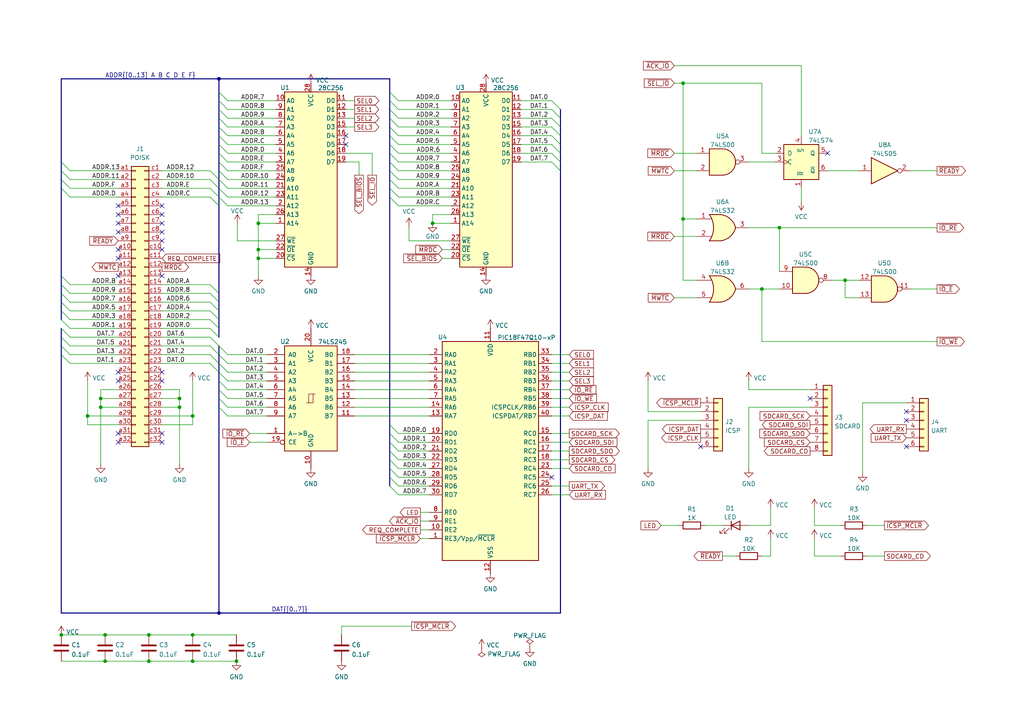
<source format=kicad_sch>
(kicad_sch (version 20211123) (generator eeschema)
  (paper "A4")
  (junction (at 198.12 24.13))
  (junction (at 198.12 63.5))
  (junction (at 63.5 22.86))
  (junction (at 30.48 191.77))
  (junction (at 63.5 177.8))
  (junction (at 29.21 118.11))
  (junction (at 68.58 191.77))
  (junction (at 43.18 184.15))
  (junction (at 74.93 74.93))
  (junction (at 125.476 64.77))
  (junction (at 55.88 191.77))
  (junction (at 43.18 191.77))
  (junction (at 17.78 184.15))
  (junction (at 55.88 120.65))
  (junction (at 29.21 115.57))
  (junction (at 220.98 83.82))
  (junction (at 74.93 64.77))
  (junction (at 245.11 81.28))
  (junction (at 30.48 184.15))
  (junction (at 52.07 118.11))
  (junction (at 52.07 115.57))
  (junction (at 25.4 120.65))
  (junction (at 55.88 184.15))
  (junction (at 226.06 66.04))
  (junction (at 74.93 72.39))
  (no_connect (at 46.99 128.27))
  (no_connect (at 34.29 74.93))
  (no_connect (at 46.99 67.31))
  (no_connect (at 34.29 80.01))
  (no_connect (at 234.95 115.57))
  (no_connect (at 203.2 129.54))
  (no_connect (at 46.99 72.39))
  (no_connect (at 46.99 64.77))
  (no_connect (at 46.99 62.23))
  (no_connect (at 46.99 69.85))
  (no_connect (at 46.99 107.95))
  (no_connect (at 46.99 80.01))
  (no_connect (at 46.99 59.69))
  (no_connect (at 100.33 41.91))
  (no_connect (at 160.02 138.43))
  (no_connect (at 34.29 107.95))
  (no_connect (at 34.29 64.77))
  (no_connect (at 46.99 110.49))
  (no_connect (at 240.03 44.45))
  (no_connect (at 34.29 62.23))
  (no_connect (at 34.29 128.27))
  (no_connect (at 100.33 39.37))
  (no_connect (at 34.29 125.73))
  (no_connect (at 34.29 67.31))
  (no_connect (at 46.99 125.73))
  (no_connect (at 34.29 72.39))
  (no_connect (at 262.89 121.92))
  (no_connect (at 262.89 119.38))
  (no_connect (at 34.29 110.49))
  (no_connect (at 34.29 59.69))
  (no_connect (at 262.89 129.54))
  (bus_entry (at 60.96 95.25) (size 2.54 2.54))
  (bus_entry (at 113.03 128.27) (size 2.54 2.54))
  (bus_entry (at 113.03 133.35) (size 2.54 2.54))
  (bus_entry (at 160.02 36.83) (size 2.54 2.54))
  (bus_entry (at 63.5 115.57) (size 2.54 2.54))
  (bus_entry (at 160.02 34.29) (size 2.54 2.54))
  (bus_entry (at 63.5 105.41) (size 2.54 2.54))
  (bus_entry (at 60.96 54.61) (size 2.54 2.54))
  (bus_entry (at 63.5 54.61) (size 2.54 2.54))
  (bus_entry (at 160.02 31.75) (size 2.54 2.54))
  (bus_entry (at 63.5 36.83) (size 2.54 2.54))
  (bus_entry (at 113.03 52.07) (size 2.54 2.54))
  (bus_entry (at 113.03 140.97) (size 2.54 2.54))
  (bus_entry (at 63.5 29.21) (size 2.54 2.54))
  (bus_entry (at 63.5 39.37) (size 2.54 2.54))
  (bus_entry (at 63.5 102.87) (size 2.54 2.54))
  (bus_entry (at 113.03 125.73) (size 2.54 2.54))
  (bus_entry (at 60.96 97.79) (size 2.54 2.54))
  (bus_entry (at 63.5 31.75) (size 2.54 2.54))
  (bus_entry (at 60.96 102.87) (size 2.54 2.54))
  (bus_entry (at 113.03 123.19) (size 2.54 2.54))
  (bus_entry (at 113.03 26.67) (size 2.54 2.54))
  (bus_entry (at 113.03 135.89) (size 2.54 2.54))
  (bus_entry (at 160.02 44.45) (size 2.54 2.54))
  (bus_entry (at 113.03 44.45) (size 2.54 2.54))
  (bus_entry (at 113.03 130.81) (size 2.54 2.54))
  (bus_entry (at 113.03 46.99) (size 2.54 2.54))
  (bus_entry (at 160.02 41.91) (size 2.54 2.54))
  (bus_entry (at 60.96 92.71) (size 2.54 2.54))
  (bus_entry (at 113.03 54.61) (size 2.54 2.54))
  (bus_entry (at 63.5 46.99) (size 2.54 2.54))
  (bus_entry (at 17.78 85.09) (size 2.54 2.54))
  (bus_entry (at 17.78 52.07) (size 2.54 2.54))
  (bus_entry (at 17.78 80.01) (size 2.54 2.54))
  (bus_entry (at 113.03 34.29) (size 2.54 2.54))
  (bus_entry (at 63.5 100.33) (size 2.54 2.54))
  (bus_entry (at 113.03 49.53) (size 2.54 2.54))
  (bus_entry (at 17.78 46.99) (size 2.54 2.54))
  (bus_entry (at 17.78 92.71) (size 2.54 2.54))
  (bus_entry (at 60.96 52.07) (size 2.54 2.54))
  (bus_entry (at 63.5 49.53) (size 2.54 2.54))
  (bus_entry (at 17.78 49.53) (size 2.54 2.54))
  (bus_entry (at 17.78 102.87) (size 2.54 2.54))
  (bus_entry (at 17.78 82.55) (size 2.54 2.54))
  (bus_entry (at 60.96 57.15) (size 2.54 2.54))
  (bus_entry (at 63.5 118.11) (size 2.54 2.54))
  (bus_entry (at 160.02 29.21) (size 2.54 2.54))
  (bus_entry (at 63.5 44.45) (size 2.54 2.54))
  (bus_entry (at 63.5 57.15) (size 2.54 2.54))
  (bus_entry (at 17.78 87.63) (size 2.54 2.54))
  (bus_entry (at 113.03 41.91) (size 2.54 2.54))
  (bus_entry (at 60.96 82.55) (size 2.54 2.54))
  (bus_entry (at 17.78 97.79) (size 2.54 2.54))
  (bus_entry (at 63.5 34.29) (size 2.54 2.54))
  (bus_entry (at 17.78 95.25) (size 2.54 2.54))
  (bus_entry (at 113.03 36.83) (size 2.54 2.54))
  (bus_entry (at 63.5 26.67) (size 2.54 2.54))
  (bus_entry (at 113.03 31.75) (size 2.54 2.54))
  (bus_entry (at 60.96 105.41) (size 2.54 2.54))
  (bus_entry (at 113.03 29.21) (size 2.54 2.54))
  (bus_entry (at 17.78 100.33) (size 2.54 2.54))
  (bus_entry (at 63.5 41.91) (size 2.54 2.54))
  (bus_entry (at 113.03 57.15) (size 2.54 2.54))
  (bus_entry (at 63.5 52.07) (size 2.54 2.54))
  (bus_entry (at 63.5 110.49) (size 2.54 2.54))
  (bus_entry (at 60.96 100.33) (size 2.54 2.54))
  (bus_entry (at 60.96 90.17) (size 2.54 2.54))
  (bus_entry (at 160.02 46.99) (size 2.54 2.54))
  (bus_entry (at 60.96 85.09) (size 2.54 2.54))
  (bus_entry (at 60.96 49.53) (size 2.54 2.54))
  (bus_entry (at 63.5 113.03) (size 2.54 2.54))
  (bus_entry (at 113.03 138.43) (size 2.54 2.54))
  (bus_entry (at 17.78 90.17) (size 2.54 2.54))
  (bus_entry (at 60.96 87.63) (size 2.54 2.54))
  (bus_entry (at 63.5 107.95) (size 2.54 2.54))
  (bus_entry (at 17.78 54.61) (size 2.54 2.54))
  (bus_entry (at 113.03 39.37) (size 2.54 2.54))
  (bus_entry (at 160.02 39.37) (size 2.54 2.54))
  (wire (pts (xy 74.93 62.23) (xy 74.93 64.77)))
  (wire (pts (xy 46.99 95.25) (xy 60.96 95.25)))
  (wire (pts (xy 125.476 62.23) (xy 130.81 62.23)))
  (wire (pts (xy 55.88 120.65) (xy 55.88 123.19)))
  (wire (pts (xy 151.13 39.37) (xy 160.02 39.37)))
  (wire (pts (xy 187.96 121.92) (xy 187.96 135.89)))
  (wire (pts (xy 151.13 36.83) (xy 160.02 36.83)))
  (bus (pts (xy 113.03 123.19) (xy 113.03 125.73)))
  (bus (pts (xy 63.5 59.69) (xy 63.5 85.09)))
  (wire (pts (xy 30.48 184.15) (xy 43.18 184.15)))
  (wire (pts (xy 262.89 116.84) (xy 250.19 116.84)))
  (wire (pts (xy 195.58 19.05) (xy 232.41 19.05)))
  (bus (pts (xy 113.03 36.83) (xy 113.03 39.37)))
  (bus (pts (xy 63.5 107.95) (xy 63.5 110.49)))
  (wire (pts (xy 66.04 113.03) (xy 77.47 113.03)))
  (wire (pts (xy 220.98 24.13) (xy 220.98 44.45)))
  (bus (pts (xy 113.03 125.73) (xy 113.03 128.27)))
  (bus (pts (xy 63.5 118.11) (xy 63.5 177.8)))
  (bus (pts (xy 113.03 135.89) (xy 113.03 138.43)))
  (wire (pts (xy 100.33 46.99) (xy 104.14 46.99)))
  (wire (pts (xy 251.46 161.29) (xy 256.54 161.29)))
  (wire (pts (xy 66.04 31.75) (xy 80.01 31.75)))
  (wire (pts (xy 46.99 85.09) (xy 60.96 85.09)))
  (wire (pts (xy 115.57 133.35) (xy 124.46 133.35)))
  (wire (pts (xy 29.21 115.57) (xy 34.29 115.57)))
  (wire (pts (xy 74.93 74.93) (xy 74.93 72.39)))
  (bus (pts (xy 63.5 36.83) (xy 63.5 39.37)))
  (wire (pts (xy 66.04 118.11) (xy 77.47 118.11)))
  (wire (pts (xy 29.21 115.57) (xy 29.21 118.11)))
  (bus (pts (xy 63.5 49.53) (xy 63.5 52.07)))
  (wire (pts (xy 160.02 102.87) (xy 165.1 102.87)))
  (bus (pts (xy 162.56 39.37) (xy 162.56 41.91)))
  (wire (pts (xy 46.99 57.15) (xy 60.96 57.15)))
  (wire (pts (xy 226.06 66.04) (xy 226.06 78.74)))
  (wire (pts (xy 115.57 138.43) (xy 124.46 138.43)))
  (bus (pts (xy 63.5 52.07) (xy 63.5 54.61)))
  (wire (pts (xy 245.11 81.28) (xy 248.92 81.28)))
  (bus (pts (xy 17.78 95.25) (xy 17.78 97.79)))
  (bus (pts (xy 113.03 29.21) (xy 113.03 31.75)))
  (wire (pts (xy 118.618 69.85) (xy 130.81 69.85)))
  (wire (pts (xy 46.99 82.55) (xy 60.96 82.55)))
  (bus (pts (xy 63.5 44.45) (xy 63.5 46.99)))
  (wire (pts (xy 66.04 39.37) (xy 80.01 39.37)))
  (wire (pts (xy 151.13 44.45) (xy 160.02 44.45)))
  (wire (pts (xy 115.57 57.15) (xy 130.81 57.15)))
  (wire (pts (xy 115.57 46.99) (xy 130.81 46.99)))
  (wire (pts (xy 264.16 49.53) (xy 271.78 49.53)))
  (wire (pts (xy 20.32 102.87) (xy 34.29 102.87)))
  (wire (pts (xy 203.2 121.92) (xy 187.96 121.92)))
  (wire (pts (xy 251.46 152.4) (xy 256.54 152.4)))
  (wire (pts (xy 223.52 161.29) (xy 223.52 156.21)))
  (wire (pts (xy 66.04 110.49) (xy 77.47 110.49)))
  (bus (pts (xy 63.5 39.37) (xy 63.5 41.91)))
  (wire (pts (xy 66.04 115.57) (xy 77.47 115.57)))
  (bus (pts (xy 63.5 87.63) (xy 63.5 90.17)))
  (wire (pts (xy 20.32 95.25) (xy 34.29 95.25)))
  (wire (pts (xy 115.57 140.97) (xy 124.46 140.97)))
  (wire (pts (xy 74.93 72.39) (xy 80.01 72.39)))
  (wire (pts (xy 102.87 113.03) (xy 124.46 113.03)))
  (wire (pts (xy 66.04 36.83) (xy 80.01 36.83)))
  (wire (pts (xy 198.12 63.5) (xy 201.93 63.5)))
  (wire (pts (xy 46.99 90.17) (xy 60.96 90.17)))
  (wire (pts (xy 160.02 118.11) (xy 165.1 118.11)))
  (bus (pts (xy 162.56 49.53) (xy 162.56 177.8)))
  (wire (pts (xy 160.02 105.41) (xy 165.1 105.41)))
  (wire (pts (xy 66.04 57.15) (xy 80.01 57.15)))
  (wire (pts (xy 46.99 115.57) (xy 52.07 115.57)))
  (wire (pts (xy 46.99 113.03) (xy 52.07 113.03)))
  (wire (pts (xy 115.57 130.81) (xy 124.46 130.81)))
  (bus (pts (xy 17.78 22.86) (xy 17.78 46.99)))
  (bus (pts (xy 113.03 44.45) (xy 113.03 46.99)))
  (wire (pts (xy 160.02 115.57) (xy 165.1 115.57)))
  (wire (pts (xy 46.99 54.61) (xy 60.96 54.61)))
  (bus (pts (xy 17.78 52.07) (xy 17.78 49.53)))
  (wire (pts (xy 66.04 49.53) (xy 80.01 49.53)))
  (bus (pts (xy 113.03 46.99) (xy 113.03 49.53)))
  (wire (pts (xy 234.95 118.11) (xy 217.17 118.11)))
  (wire (pts (xy 115.57 34.29) (xy 130.81 34.29)))
  (wire (pts (xy 160.02 140.97) (xy 165.1 140.97)))
  (wire (pts (xy 195.58 44.45) (xy 201.93 44.45)))
  (wire (pts (xy 46.99 49.53) (xy 60.96 49.53)))
  (wire (pts (xy 66.04 120.65) (xy 77.47 120.65)))
  (wire (pts (xy 115.57 31.75) (xy 130.81 31.75)))
  (wire (pts (xy 100.33 29.21) (xy 102.87 29.21)))
  (wire (pts (xy 151.13 46.99) (xy 160.02 46.99)))
  (bus (pts (xy 63.5 22.86) (xy 113.03 22.86)))
  (wire (pts (xy 20.32 49.53) (xy 34.29 49.53)))
  (wire (pts (xy 115.57 49.53) (xy 130.81 49.53)))
  (wire (pts (xy 209.55 161.29) (xy 213.36 161.29)))
  (bus (pts (xy 63.5 110.49) (xy 63.5 113.03)))
  (wire (pts (xy 115.57 39.37) (xy 130.81 39.37)))
  (wire (pts (xy 115.57 54.61) (xy 130.81 54.61)))
  (bus (pts (xy 63.5 31.75) (xy 63.5 34.29)))
  (wire (pts (xy 223.52 152.4) (xy 223.52 147.32)))
  (wire (pts (xy 115.57 36.83) (xy 130.81 36.83)))
  (wire (pts (xy 115.57 143.51) (xy 124.46 143.51)))
  (wire (pts (xy 102.87 120.65) (xy 124.46 120.65)))
  (wire (pts (xy 198.12 24.13) (xy 198.12 63.5)))
  (wire (pts (xy 151.13 41.91) (xy 160.02 41.91)))
  (wire (pts (xy 46.99 105.41) (xy 60.96 105.41)))
  (wire (pts (xy 102.87 107.95) (xy 124.46 107.95)))
  (wire (pts (xy 20.32 87.63) (xy 34.29 87.63)))
  (bus (pts (xy 113.03 34.29) (xy 113.03 36.83)))
  (wire (pts (xy 30.48 191.77) (xy 43.18 191.77)))
  (bus (pts (xy 63.5 113.03) (xy 63.5 115.57)))
  (wire (pts (xy 245.11 81.28) (xy 245.11 86.36)))
  (wire (pts (xy 66.04 52.07) (xy 80.01 52.07)))
  (wire (pts (xy 52.07 115.57) (xy 52.07 118.11)))
  (bus (pts (xy 63.5 92.71) (xy 63.5 95.25)))
  (bus (pts (xy 63.5 46.99) (xy 63.5 49.53)))
  (wire (pts (xy 195.58 24.13) (xy 198.12 24.13)))
  (bus (pts (xy 17.78 90.17) (xy 17.78 87.63)))
  (bus (pts (xy 17.78 54.61) (xy 17.78 52.07)))
  (bus (pts (xy 162.56 44.45) (xy 162.56 46.99)))
  (wire (pts (xy 100.33 44.45) (xy 107.95 44.45)))
  (wire (pts (xy 115.57 128.27) (xy 124.46 128.27)))
  (wire (pts (xy 74.93 64.77) (xy 80.01 64.77)))
  (bus (pts (xy 17.78 80.01) (xy 17.78 54.61)))
  (bus (pts (xy 113.03 49.53) (xy 113.03 52.07)))
  (bus (pts (xy 63.5 41.91) (xy 63.5 44.45)))
  (wire (pts (xy 74.93 64.77) (xy 74.93 72.39)))
  (wire (pts (xy 102.87 105.41) (xy 124.46 105.41)))
  (wire (pts (xy 66.04 34.29) (xy 80.01 34.29)))
  (wire (pts (xy 102.87 118.11) (xy 124.46 118.11)))
  (wire (pts (xy 20.32 52.07) (xy 34.29 52.07)))
  (bus (pts (xy 113.03 41.91) (xy 113.03 44.45)))
  (wire (pts (xy 115.57 135.89) (xy 124.46 135.89)))
  (wire (pts (xy 151.13 31.75) (xy 160.02 31.75)))
  (bus (pts (xy 17.78 49.53) (xy 17.78 46.99)))
  (wire (pts (xy 160.02 110.49) (xy 165.1 110.49)))
  (wire (pts (xy 29.21 118.11) (xy 29.21 134.62)))
  (wire (pts (xy 204.47 152.4) (xy 209.55 152.4)))
  (wire (pts (xy 46.99 102.87) (xy 60.96 102.87)))
  (wire (pts (xy 102.87 115.57) (xy 124.46 115.57)))
  (bus (pts (xy 17.78 102.87) (xy 17.78 177.8)))
  (bus (pts (xy 63.5 57.15) (xy 63.5 59.69)))
  (wire (pts (xy 217.17 46.99) (xy 224.79 46.99)))
  (bus (pts (xy 113.03 128.27) (xy 113.03 130.81)))
  (bus (pts (xy 63.5 115.57) (xy 63.5 118.11)))
  (wire (pts (xy 217.17 118.11) (xy 217.17 135.89)))
  (wire (pts (xy 160.02 130.81) (xy 165.1 130.81)))
  (bus (pts (xy 63.5 102.87) (xy 63.5 105.41)))
  (wire (pts (xy 160.02 135.89) (xy 165.1 135.89)))
  (wire (pts (xy 198.12 24.13) (xy 220.98 24.13)))
  (bus (pts (xy 17.78 22.86) (xy 63.5 22.86)))
  (wire (pts (xy 46.99 100.33) (xy 60.96 100.33)))
  (bus (pts (xy 17.78 92.71) (xy 17.78 90.17)))
  (wire (pts (xy 217.17 152.4) (xy 223.52 152.4)))
  (bus (pts (xy 17.78 100.33) (xy 17.78 102.87)))
  (wire (pts (xy 115.57 59.69) (xy 130.81 59.69)))
  (bus (pts (xy 63.5 34.29) (xy 63.5 36.83)))
  (wire (pts (xy 264.16 83.82) (xy 271.78 83.82)))
  (bus (pts (xy 17.78 82.55) (xy 17.78 80.01)))
  (wire (pts (xy 20.32 85.09) (xy 34.29 85.09)))
  (bus (pts (xy 113.03 52.07) (xy 113.03 54.61)))
  (bus (pts (xy 113.03 133.35) (xy 113.03 135.89)))
  (wire (pts (xy 236.22 152.4) (xy 236.22 147.32)))
  (wire (pts (xy 226.06 66.04) (xy 271.78 66.04)))
  (wire (pts (xy 119.38 181.61) (xy 99.06 181.61)))
  (wire (pts (xy 25.4 110.49) (xy 25.4 120.65)))
  (wire (pts (xy 46.99 87.63) (xy 60.96 87.63)))
  (bus (pts (xy 63.5 85.09) (xy 63.5 87.63)))
  (bus (pts (xy 63.5 22.86) (xy 63.5 26.67)))
  (wire (pts (xy 100.33 34.29) (xy 102.87 34.29)))
  (wire (pts (xy 240.03 49.53) (xy 248.92 49.53)))
  (wire (pts (xy 198.12 81.28) (xy 201.93 81.28)))
  (wire (pts (xy 220.98 44.45) (xy 224.79 44.45)))
  (wire (pts (xy 217.17 66.04) (xy 226.06 66.04)))
  (wire (pts (xy 29.21 113.03) (xy 29.21 115.57)))
  (wire (pts (xy 20.32 97.79) (xy 34.29 97.79)))
  (wire (pts (xy 118.618 65.786) (xy 118.618 69.85)))
  (bus (pts (xy 162.56 46.99) (xy 162.56 49.53)))
  (wire (pts (xy 198.12 63.5) (xy 198.12 81.28)))
  (wire (pts (xy 128.27 72.39) (xy 130.81 72.39)))
  (wire (pts (xy 121.92 151.13) (xy 124.46 151.13)))
  (bus (pts (xy 63.5 54.61) (xy 63.5 57.15)))
  (wire (pts (xy 46.99 123.19) (xy 55.88 123.19)))
  (wire (pts (xy 195.58 68.58) (xy 201.93 68.58)))
  (wire (pts (xy 217.17 83.82) (xy 220.98 83.82)))
  (wire (pts (xy 20.32 105.41) (xy 34.29 105.41)))
  (bus (pts (xy 63.5 177.8) (xy 162.56 177.8)))
  (wire (pts (xy 20.32 100.33) (xy 34.29 100.33)))
  (wire (pts (xy 66.04 29.21) (xy 80.01 29.21)))
  (wire (pts (xy 66.04 44.45) (xy 80.01 44.45)))
  (wire (pts (xy 20.32 92.71) (xy 34.29 92.71)))
  (wire (pts (xy 46.99 92.71) (xy 60.96 92.71)))
  (wire (pts (xy 220.98 83.82) (xy 226.06 83.82)))
  (wire (pts (xy 241.3 81.28) (xy 245.11 81.28)))
  (wire (pts (xy 115.57 52.07) (xy 130.81 52.07)))
  (wire (pts (xy 128.27 74.93) (xy 130.81 74.93)))
  (wire (pts (xy 66.04 107.95) (xy 77.47 107.95)))
  (wire (pts (xy 115.57 41.91) (xy 130.81 41.91)))
  (wire (pts (xy 20.32 82.55) (xy 34.29 82.55)))
  (wire (pts (xy 66.04 102.87) (xy 77.47 102.87)))
  (wire (pts (xy 195.58 86.36) (xy 201.93 86.36)))
  (bus (pts (xy 17.78 177.8) (xy 63.5 177.8)))
  (wire (pts (xy 115.57 29.21) (xy 130.81 29.21)))
  (wire (pts (xy 20.32 90.17) (xy 34.29 90.17)))
  (wire (pts (xy 160.02 133.35) (xy 165.1 133.35)))
  (wire (pts (xy 160.02 120.65) (xy 165.1 120.65)))
  (wire (pts (xy 220.98 161.29) (xy 223.52 161.29)))
  (bus (pts (xy 113.03 31.75) (xy 113.03 34.29)))
  (wire (pts (xy 271.78 99.06) (xy 220.98 99.06)))
  (wire (pts (xy 20.32 54.61) (xy 34.29 54.61)))
  (bus (pts (xy 17.78 87.63) (xy 17.78 85.09)))
  (wire (pts (xy 55.88 184.15) (xy 68.58 184.15)))
  (bus (pts (xy 113.03 130.81) (xy 113.03 133.35)))
  (wire (pts (xy 52.07 118.11) (xy 52.07 134.62)))
  (wire (pts (xy 245.11 86.36) (xy 248.92 86.36)))
  (wire (pts (xy 25.4 120.65) (xy 25.4 123.19)))
  (bus (pts (xy 17.78 97.79) (xy 17.78 100.33)))
  (bus (pts (xy 162.56 34.29) (xy 162.56 36.83)))
  (wire (pts (xy 74.93 74.93) (xy 74.93 80.01)))
  (wire (pts (xy 66.04 54.61) (xy 80.01 54.61)))
  (wire (pts (xy 43.18 191.77) (xy 55.88 191.77)))
  (wire (pts (xy 125.476 64.77) (xy 130.81 64.77)))
  (wire (pts (xy 46.99 120.65) (xy 55.88 120.65)))
  (wire (pts (xy 236.22 161.29) (xy 243.84 161.29)))
  (bus (pts (xy 63.5 90.17) (xy 63.5 92.71)))
  (bus (pts (xy 63.5 29.21) (xy 63.5 31.75)))
  (wire (pts (xy 107.95 44.45) (xy 107.95 50.8)))
  (wire (pts (xy 121.92 148.59) (xy 124.46 148.59)))
  (bus (pts (xy 63.5 26.67) (xy 63.5 29.21)))
  (bus (pts (xy 162.56 41.91) (xy 162.56 44.45)))
  (wire (pts (xy 232.41 54.61) (xy 232.41 58.42)))
  (wire (pts (xy 160.02 125.73) (xy 165.1 125.73)))
  (wire (pts (xy 72.39 128.27) (xy 77.47 128.27)))
  (wire (pts (xy 72.39 125.73) (xy 77.47 125.73)))
  (wire (pts (xy 25.4 120.65) (xy 34.29 120.65)))
  (wire (pts (xy 160.02 128.27) (xy 165.1 128.27)))
  (wire (pts (xy 160.02 143.51) (xy 165.1 143.51)))
  (wire (pts (xy 104.14 46.99) (xy 104.14 50.8)))
  (wire (pts (xy 217.17 110.49) (xy 217.17 113.03)))
  (wire (pts (xy 20.32 57.15) (xy 34.29 57.15)))
  (wire (pts (xy 220.98 99.06) (xy 220.98 83.82)))
  (wire (pts (xy 236.22 161.29) (xy 236.22 156.21)))
  (bus (pts (xy 63.5 100.33) (xy 63.5 102.87)))
  (wire (pts (xy 34.29 113.03) (xy 29.21 113.03)))
  (bus (pts (xy 113.03 39.37) (xy 113.03 41.91)))
  (wire (pts (xy 232.41 19.05) (xy 232.41 39.37)))
  (wire (pts (xy 115.57 44.45) (xy 130.81 44.45)))
  (bus (pts (xy 113.03 26.67) (xy 113.03 29.21)))
  (wire (pts (xy 80.01 74.93) (xy 74.93 74.93)))
  (wire (pts (xy 115.57 125.73) (xy 124.46 125.73)))
  (wire (pts (xy 99.06 181.61) (xy 99.06 184.15)))
  (wire (pts (xy 121.92 156.21) (xy 124.46 156.21)))
  (wire (pts (xy 203.2 119.38) (xy 187.96 119.38)))
  (wire (pts (xy 66.04 46.99) (xy 80.01 46.99)))
  (wire (pts (xy 43.18 184.15) (xy 55.88 184.15)))
  (wire (pts (xy 66.04 41.91) (xy 80.01 41.91)))
  (wire (pts (xy 236.22 152.4) (xy 243.84 152.4)))
  (wire (pts (xy 102.87 110.49) (xy 124.46 110.49)))
  (wire (pts (xy 66.04 105.41) (xy 77.47 105.41)))
  (wire (pts (xy 195.58 49.53) (xy 201.93 49.53)))
  (bus (pts (xy 63.5 105.41) (xy 63.5 107.95)))
  (wire (pts (xy 250.19 116.84) (xy 250.19 137.16)))
  (wire (pts (xy 191.77 152.4) (xy 196.85 152.4)))
  (wire (pts (xy 121.92 153.67) (xy 124.46 153.67)))
  (wire (pts (xy 125.476 62.23) (xy 125.476 64.77)))
  (wire (pts (xy 151.13 34.29) (xy 160.02 34.29)))
  (wire (pts (xy 17.78 184.15) (xy 30.48 184.15)))
  (bus (pts (xy 162.56 31.75) (xy 162.56 34.29)))
  (wire (pts (xy 151.13 29.21) (xy 160.02 29.21)))
  (wire (pts (xy 46.99 118.11) (xy 52.07 118.11)))
  (bus (pts (xy 113.03 22.86) (xy 113.03 26.67)))
  (wire (pts (xy 160.02 113.03) (xy 165.1 113.03)))
  (wire (pts (xy 34.29 123.19) (xy 25.4 123.19)))
  (bus (pts (xy 17.78 85.09) (xy 17.78 82.55)))
  (wire (pts (xy 55.88 110.49) (xy 55.88 120.65)))
  (wire (pts (xy 80.01 62.23) (xy 74.93 62.23)))
  (wire (pts (xy 68.834 69.85) (xy 80.01 69.85)))
  (bus (pts (xy 113.03 138.43) (xy 113.03 140.97)))
  (bus (pts (xy 162.56 36.83) (xy 162.56 39.37)))
  (wire (pts (xy 160.02 107.95) (xy 165.1 107.95)))
  (wire (pts (xy 46.99 97.79) (xy 60.96 97.79)))
  (wire (pts (xy 100.33 36.83) (xy 102.87 36.83)))
  (wire (pts (xy 102.87 102.87) (xy 124.46 102.87)))
  (wire (pts (xy 52.07 113.03) (xy 52.07 115.57)))
  (wire (pts (xy 46.99 52.07) (xy 60.96 52.07)))
  (bus (pts (xy 113.03 54.61) (xy 113.03 57.15)))
  (bus (pts (xy 113.03 57.15) (xy 113.03 123.19)))
  (wire (pts (xy 68.834 64.77) (xy 68.834 69.85)))
  (wire (pts (xy 55.88 191.77) (xy 68.58 191.77)))
  (wire (pts (xy 100.33 31.75) (xy 102.87 31.75)))
  (wire (pts (xy 17.78 191.77) (xy 30.48 191.77)))
  (wire (pts (xy 66.04 59.69) (xy 80.01 59.69)))
  (wire (pts (xy 187.96 119.38) (xy 187.96 110.49)))
  (bus (pts (xy 63.5 95.25) (xy 63.5 97.79)))
  (wire (pts (xy 29.21 118.11) (xy 34.29 118.11)))
  (wire (pts (xy 217.17 113.03) (xy 234.95 113.03)))
  (label "ADDR.12" (at 69.85 57.15 0))
  (label "DAT.2" (at 153.67 34.29 0))
  (label "ADDR.1" (at 26.67 95.25 0))
  (label "DAT.1" (at 71.12 105.41 0))
  (label "DAT.4" (at 48.26 100.33 0))
  (label "DAT.7" (at 27.94 97.79 0))
  (label "DAT.4" (at 71.12 113.03 0))
  (label "DAT.3" (at 27.94 102.87 0))
  (label "ADDR{[0..13] A B C D E F}" (at 30.48 22.86 0))
  (label "DAT.5" (at 27.94 100.33 0))
  (label "DAT{[0..7]}" (at 78.74 177.8 0))
  (label "ADDR.9" (at 120.65 52.07 0))
  (label "ADDR.11" (at 69.85 54.61 0))
  (label "ADDR.4" (at 120.65 39.37 0))
  (label "ADDR.E" (at 69.85 46.99 0))
  (label "ADDR.5" (at 116.84 138.43 0))
  (label "ADDR.2" (at 120.65 34.29 0))
  (label "ADDR.D" (at 26.67 57.15 0))
  (label "ADDR.3" (at 116.84 133.35 0))
  (label "DAT.6" (at 48.26 97.79 0))
  (label "ADDR.3" (at 120.65 36.83 0))
  (label "DAT.0" (at 48.26 105.41 0))
  (label "DAT.0" (at 71.12 102.87 0))
  (label "ADDR.D" (at 69.85 44.45 0))
  (label "ADDR.C" (at 69.85 41.91 0))
  (label "DAT.6" (at 153.67 44.45 0))
  (label "ADDR.12" (at 48.26 49.53 0))
  (label "ADDR.11" (at 26.67 52.07 0))
  (label "ADDR.B" (at 69.85 39.37 0))
  (label "ADDR.6" (at 120.7961 44.45 0))
  (label "ADDR.8" (at 48.26 85.09 0))
  (label "ADDR.13" (at 26.67 49.53 0))
  (label "ADDR.10" (at 69.85 52.07 0))
  (label "DAT.4" (at 153.67 39.37 0))
  (label "ADDR.5" (at 120.65 41.91 0))
  (label "ADDR.9" (at 69.85 34.29 0))
  (label "DAT.1" (at 27.94 105.41 0))
  (label "DAT.5" (at 153.67 41.91 0))
  (label "ADDR.B" (at 120.65 57.15 0))
  (label "ADDR.6" (at 48.26 87.63 0))
  (label "ADDR.6" (at 116.84 140.97 0))
  (label "ADDR.7" (at 116.84 143.51 0))
  (label "ADDR.0" (at 116.84 125.73 0))
  (label "ADDR.A" (at 48.26 82.55 0))
  (label "ADDR.10" (at 48.26 52.07 0))
  (label "ADDR.0" (at 120.65 29.21 0))
  (label "ADDR.C" (at 120.65 59.69 0))
  (label "ADDR.3" (at 26.67 92.71 0))
  (label "ADDR.F" (at 69.85 49.53 0))
  (label "DAT.0" (at 153.67 29.21 0))
  (label "ADDR.B" (at 26.67 82.55 0))
  (label "ADDR.2" (at 116.84 130.81 0))
  (label "ADDR.4" (at 116.84 135.89 0))
  (label "ADDR.C" (at 48.26 57.15 0))
  (label "DAT.3" (at 71.12 110.49 0))
  (label "ADDR.2" (at 48.26 92.71 0))
  (label "ADDR.1" (at 116.84 128.27 0))
  (label "ADDR.A" (at 120.65 54.61 0))
  (label "ADDR.0" (at 48.26 95.25 0))
  (label "ADDR.7" (at 120.65 46.99 0))
  (label "ADDR.5" (at 26.67 90.17 0))
  (label "ADDR.F" (at 26.67 54.61 0))
  (label "DAT.3" (at 153.67 36.83 0))
  (label "ADDR.7" (at 69.85 29.21 0))
  (label "ADDR.13" (at 69.85 59.69 0))
  (label "ADDR.8" (at 120.65 49.53 0))
  (label "DAT.1" (at 153.67 31.75 0))
  (label "DAT.2" (at 71.12 107.95 0))
  (label "DAT.5" (at 71.12 115.57 0))
  (label "ADDR.8" (at 69.85 31.75 0))
  (label "DAT.6" (at 71.12 118.11 0))
  (label "ADDR.9" (at 26.67 85.09 0))
  (label "ADDR.4" (at 48.26 90.17 0))
  (label "ADDR.1" (at 120.65 31.75 0))
  (label "DAT.7" (at 71.12 120.65 0))
  (label "ADDR.A" (at 69.85 36.83 0))
  (label "DAT.2" (at 48.26 102.87 0))
  (label "ADDR.E" (at 48.26 54.61 0))
  (label "ADDR.7" (at 26.67 87.63 0))
  (label "DAT.7" (at 153.67 46.99 0))
  (global_label "~{IO_RE}" (shape input) (at 72.39 125.73 180) (property "Intersheet References" "${INTERSHEET_REFS}" (effects hide)))
  (global_label "~{IO_E}" (shape output) (at 271.78 83.82 0) (property "Intersheet References" "${INTERSHEET_REFS}" (effects hide)))
  (global_label "SEL2" (shape input) (at 165.1 107.95 0) (property "Intersheet References" "${INTERSHEET_REFS}" (effects hide)))
  (global_label "~{IO_WE}" (shape output) (at 271.78 99.06 0) (property "Intersheet References" "${INTERSHEET_REFS}" (effects hide)))
  (global_label "~{ICSP_MCLR}" (shape output) (at 256.54 152.4 0) (property "Intersheet References" "${INTERSHEET_REFS}" (effects hide)))
  (global_label "ICSP_DAT" (shape input) (at 165.1 120.65 0) (property "Intersheet References" "${INTERSHEET_REFS}" (effects hide)))
  (global_label "SEL1" (shape input) (at 165.1 105.41 0) (property "Intersheet References" "${INTERSHEET_REFS}" (effects hide)))
  (global_label "SDCARD_CD" (shape output) (at 234.95 130.81 180) (property "Intersheet References" "${INTERSHEET_REFS}" (effects hide)))
  (global_label "~{READY}" (shape output) (at 209.55 161.29 180) (property "Intersheet References" "${INTERSHEET_REFS}" (effects hide)))
  (global_label "~{MRDC}" (shape input) (at 195.58 44.45 180) (property "Intersheet References" "${INTERSHEET_REFS}" (effects hide)))
  (global_label "~{IO_E}" (shape input) (at 72.39 128.27 180) (property "Intersheet References" "${INTERSHEET_REFS}" (effects hide)))
  (global_label "SDCARD_CS" (shape input) (at 234.95 128.27 180) (property "Intersheet References" "${INTERSHEET_REFS}" (effects hide)))
  (global_label "~{MWTC}" (shape output) (at 34.29 77.47 180) (property "Intersheet References" "${INTERSHEET_REFS}" (effects hide)))
  (global_label "~{IO_WE}" (shape input) (at 165.1 115.57 0) (property "Intersheet References" "${INTERSHEET_REFS}" (effects hide)))
  (global_label "~{ICSP_MCLR}" (shape output) (at 203.2 116.84 180) (property "Intersheet References" "${INTERSHEET_REFS}" (effects hide)))
  (global_label "~{READY}" (shape input) (at 34.29 69.85 180) (property "Intersheet References" "${INTERSHEET_REFS}" (effects hide)))
  (global_label "~{ICSP_MCLR}" (shape input) (at 121.92 156.21 180) (property "Intersheet References" "${INTERSHEET_REFS}" (effects hide)))
  (global_label "SDCARD_SDI" (shape input) (at 165.1 128.27 0) (property "Intersheet References" "${INTERSHEET_REFS}" (effects hide)))
  (global_label "~{IO_RE}" (shape input) (at 165.1 113.03 0) (property "Intersheet References" "${INTERSHEET_REFS}" (effects hide)))
  (global_label "SDCARD_SCK" (shape output) (at 165.1 125.73 0) (property "Intersheet References" "${INTERSHEET_REFS}" (effects hide)))
  (global_label "SEL0" (shape input) (at 165.1 102.87 0) (property "Intersheet References" "${INTERSHEET_REFS}" (effects hide)))
  (global_label "REQ_COMPLETE" (shape input) (at 46.99 74.93 0) (property "Intersheet References" "${INTERSHEET_REFS}" (effects hide)))
  (global_label "SDCARD_CD" (shape input) (at 165.1 135.89 0) (property "Intersheet References" "${INTERSHEET_REFS}" (effects hide)))
  (global_label "SEL0" (shape output) (at 102.87 29.21 0) (property "Intersheet References" "${INTERSHEET_REFS}" (effects hide)))
  (global_label "~{ACK_IO}" (shape output) (at 121.92 151.13 180) (property "Intersheet References" "${INTERSHEET_REFS}" (effects hide)))
  (global_label "SDCARD_SDI" (shape output) (at 234.95 123.19 180) (property "Intersheet References" "${INTERSHEET_REFS}" (effects hide)))
  (global_label "~{ACK_IO}" (shape input) (at 195.58 19.05 180) (property "Intersheet References" "${INTERSHEET_REFS}" (effects hide)))
  (global_label "SEL3" (shape output) (at 102.87 36.83 0) (property "Intersheet References" "${INTERSHEET_REFS}" (effects hide)))
  (global_label "SDCARD_CS" (shape output) (at 165.1 133.35 0) (property "Intersheet References" "${INTERSHEET_REFS}" (effects hide)))
  (global_label "SEL3" (shape input) (at 165.1 110.49 0) (property "Intersheet References" "${INTERSHEET_REFS}" (effects hide)))
  (global_label "~{SEL_IO}" (shape input) (at 195.58 24.13 180) (property "Intersheet References" "${INTERSHEET_REFS}" (effects hide)))
  (global_label "UART_TX" (shape output) (at 165.1 140.97 0) (property "Intersheet References" "${INTERSHEET_REFS}" (effects hide)))
  (global_label "SDCARD_SDO" (shape output) (at 165.1 130.81 0) (property "Intersheet References" "${INTERSHEET_REFS}" (effects hide)))
  (global_label "REQ_COMPLETE" (shape output) (at 121.92 153.67 180) (property "Intersheet References" "${INTERSHEET_REFS}" (effects hide)))
  (global_label "SDCARD_SDO" (shape input) (at 234.95 125.73 180) (property "Intersheet References" "${INTERSHEET_REFS}" (effects hide)))
  (global_label "~{READY}" (shape output) (at 271.78 49.53 0) (property "Intersheet References" "${INTERSHEET_REFS}" (effects hide)))
  (global_label "ICSP_DAT" (shape output) (at 203.2 124.46 180) (property "Intersheet References" "${INTERSHEET_REFS}" (effects hide)))
  (global_label "ICSP_CLK" (shape output) (at 203.2 127 180) (property "Intersheet References" "${INTERSHEET_REFS}" (effects hide)))
  (global_label "SDCARD_CD" (shape output) (at 256.54 161.29 0) (property "Intersheet References" "${INTERSHEET_REFS}" (effects hide)))
  (global_label "~{SEL_IO}" (shape output) (at 107.95 50.8 270) (property "Intersheet References" "${INTERSHEET_REFS}" (effects hide)))
  (global_label "UART_RX" (shape input) (at 165.1 143.51 0) (property "Intersheet References" "${INTERSHEET_REFS}" (effects hide)))
  (global_label "UART_TX" (shape input) (at 262.89 127 180) (property "Intersheet References" "${INTERSHEET_REFS}" (effects hide)))
  (global_label "SDCARD_SCK" (shape input) (at 234.95 120.65 180) (property "Intersheet References" "${INTERSHEET_REFS}" (effects hide)))
  (global_label "LED" (shape output) (at 121.92 148.59 180) (property "Intersheet References" "${INTERSHEET_REFS}" (effects hide)))
  (global_label "~{MWTC}" (shape input) (at 195.58 86.36 180) (property "Intersheet References" "${INTERSHEET_REFS}" (effects hide)))
  (global_label "SEL2" (shape output) (at 102.87 34.29 0) (property "Intersheet References" "${INTERSHEET_REFS}" (effects hide)))
  (global_label "~{MRDC}" (shape input) (at 128.27 72.39 180) (property "Intersheet References" "${INTERSHEET_REFS}" (effects hide)))
  (global_label "~{MWTC}" (shape input) (at 195.58 49.53 180) (property "Intersheet References" "${INTERSHEET_REFS}" (effects hide)))
  (global_label "~{SEL_BIOS}" (shape output) (at 104.14 50.8 270) (property "Intersheet References" "${INTERSHEET_REFS}" (effects hide)))
  (global_label "UART_RX" (shape output) (at 262.89 124.46 180) (property "Intersheet References" "${INTERSHEET_REFS}" (effects hide)))
  (global_label "~{IO_RE}" (shape output) (at 271.78 66.04 0) (property "Intersheet References" "${INTERSHEET_REFS}" (effects hide)))
  (global_label "ICSP_CLK" (shape input) (at 165.1 118.11 0) (property "Intersheet References" "${INTERSHEET_REFS}" (effects hide)))
  (global_label "LED" (shape input) (at 191.77 152.4 180) (property "Intersheet References" "${INTERSHEET_REFS}" (effects hide)))
  (global_label "~{MRDC}" (shape input) (at 195.58 68.58 180) (property "Intersheet References" "${INTERSHEET_REFS}" (effects hide)))
  (global_label "~{MRDC}" (shape output) (at 46.99 77.47 0) (property "Intersheet References" "${INTERSHEET_REFS}" (effects hide)))
  (global_label "SEL1" (shape output) (at 102.87 31.75 0) (property "Intersheet References" "${INTERSHEET_REFS}" (effects hide)))
  (global_label "~{ICSP_MCLR}" (shape output) (at 119.38 181.61 0) (property "Intersheet References" "${INTERSHEET_REFS}" (effects hide)))
  (global_label "~{SEL_BIOS}" (shape input) (at 128.27 74.93 180) (property "Intersheet References" "${INTERSHEET_REFS}" (effects hide)))
  (symbol (lib_id "power:GND") (at 99.06 191.77 0) (unit 1)
    (property "Reference" "#PWR013" (effects hide))
    (property "Value" "GND" (at 99.06 196.3325 0))
  )
  (symbol (lib_id "74xx:74LS32") (at 209.55 83.82 0) (unit 2)
    (property "Reference" "U6" (at 209.55 76.3102 0))
    (property "Value" "74LS32" (at 209.55 78.8471 0))
    (property "Datasheet" "http://www.ti.com/lit/gpn/sn74LS32" (effects hide))
  )
  (symbol (lib_id "MCU_Microchip_PIC18:PIC18F47Q10-xP") (at 142.24 130.81 0) (unit 1)
    (property "Reference" "U4" (at 127 97.79 0) (effects (justify left)))
    (property "Value" "PIC18F47Q10-xP" (at 144.2594 97.8971 0) (effects (justify left)))
    (property "Footprint" "Package_DIP:DIP-40_W15.24mm" (effects hide))
    (property "Datasheet" "http://ww1.microchip.com/downloads/en/DeviceDoc/40002043D.pdf" (effects hide))
  )
  (symbol (lib_id "Device:R") (at 247.65 161.29 270) (unit 1)
    (property "Reference" "R4" (at 247.65 156.5742 90))
    (property "Value" "10K" (at 247.65 159.1111 90))
  )
  (symbol (lib_id "power:VCC") (at 55.88 110.49 0) (unit 1)
    (property "Reference" "#PWR05" (effects hide))
    (property "Value" "VCC" (at 57.277 109.6538 0) (effects (justify left)))
  )
  (symbol (lib_id "power:VCC") (at 142.24 95.25 0) (unit 1)
    (property "Reference" "#PWR019" (effects hide))
    (property "Value" "VCC" (at 143.637 94.4138 0) (effects (justify left)))
  )
  (symbol (lib_id "power:GND") (at 90.17 135.89 0) (unit 1)
    (property "Reference" "#PWR012" (effects hide))
    (property "Value" "GND" (at 90.17 140.3334 0))
  )
  (symbol (lib_id "power:GND") (at 142.24 166.37 0) (unit 1)
    (property "Reference" "#PWR020" (effects hide))
    (property "Value" "GND" (at 142.24 170.8134 0))
  )
  (symbol (lib_id "Device:C") (at 17.78 187.96 0) (unit 1)
    (property "Reference" "C1" (at 20.701 187.0515 0) (effects (justify left)))
    (property "Value" "0.1uF" (at 20.701 189.8266 0) (effects (justify left)))
    (property "Footprint" "Capacitor_THT:C_Disc_D3.0mm_W1.6mm_P2.50mm" (effects hide))
  )
  (symbol (lib_id "power:VCC") (at 25.4 110.49 0) (unit 1)
    (property "Reference" "#PWR02" (effects hide))
    (property "Value" "VCC" (at 26.797 109.6538 0) (effects (justify left)))
  )
  (symbol (lib_id "power:GND") (at 29.21 134.62 0) (unit 1)
    (property "Reference" "#PWR03" (effects hide))
    (property "Value" "GND" (at 29.21 139.1825 0))
  )
  (symbol (lib_id "74xx:74LS74") (at 232.41 46.99 0) (unit 1)
    (property "Reference" "U7" (at 234.4294 38.2102 0) (effects (justify left)))
    (property "Value" "74LS74" (at 234.4294 40.7471 0) (effects (justify left)))
    (property "Datasheet" "74xx/74hc_hct74.pdf" (effects hide))
  )
  (symbol (lib_id "Device:R") (at 200.66 152.4 270) (unit 1)
    (property "Reference" "R1" (at 200.66 147.6842 90))
    (property "Value" "1K" (at 200.66 150.2211 90))
  )
  (symbol (lib_id "Device:R") (at 217.17 161.29 270) (unit 1)
    (property "Reference" "R2" (at 217.17 156.5742 90))
    (property "Value" "10K" (at 217.17 159.1111 90))
  )
  (symbol (lib_id "power:VCC") (at 223.52 147.32 0) (unit 1)
    (property "Reference" "#PWR026" (effects hide))
    (property "Value" "VCC" (at 224.917 146.4838 0) (effects (justify left)))
  )
  (symbol (lib_id "Device:C") (at 99.06 187.96 0) (unit 1)
    (property "Reference" "C6" (at 101.981 187.0515 0) (effects (justify left)))
    (property "Value" "0.1uF" (at 101.981 189.8266 0) (effects (justify left)))
    (property "Footprint" "Capacitor_THT:C_Disc_D3.0mm_W1.6mm_P2.50mm" (effects hide))
  )
  (symbol (lib_id "Device:R") (at 247.65 152.4 270) (unit 1)
    (property "Reference" "R3" (at 247.65 147.6842 90))
    (property "Value" "10K" (at 247.65 150.2211 90))
  )
  (symbol (lib_id "Device:C") (at 30.48 187.96 0) (unit 1)
    (property "Reference" "C2" (at 33.401 187.0515 0) (effects (justify left)))
    (property "Value" "0.1uF" (at 33.401 189.8266 0) (effects (justify left)))
    (property "Footprint" "Capacitor_THT:C_Disc_D3.0mm_W1.6mm_P2.50mm" (effects hide))
  )
  (symbol (lib_id "power:GND") (at 140.97 80.01 0) (unit 1)
    (property "Reference" "#PWR018" (effects hide))
    (property "Value" "GND" (at 140.97 84.4534 0))
  )
  (symbol (lib_id "power:VCC") (at 187.96 110.49 0) (unit 1)
    (property "Reference" "#PWR022" (effects hide))
    (property "Value" "VCC" (at 189.357 109.6538 0) (effects (justify left)))
  )
  (symbol (lib_id "power:GND") (at 250.19 137.16 0) (unit 1)
    (property "Reference" "#PWR031" (effects hide))
    (property "Value" "GND" (at 250.19 141.6034 0))
  )
  (symbol (lib_id "power:GND") (at 217.17 135.89 0) (unit 1)
    (property "Reference" "#PWR025" (effects hide))
    (property "Value" "GND" (at 217.17 140.3334 0))
  )
  (symbol (lib_id "power:VCC") (at 232.41 58.42 180) (unit 1)
    (property "Reference" "#PWR028" (effects hide))
    (property "Value" "VCC" (at 232.41 62.8634 0))
  )
  (symbol (lib_id "power:VCC") (at 140.97 24.13 0) (unit 1)
    (property "Reference" "#PWR017" (effects hide))
    (property "Value" "VCC" (at 142.367 23.2938 0) (effects (justify left)))
  )
  (symbol (lib_id "power:VCC") (at 139.7 187.96 0) (unit 1)
    (property "Reference" "#PWR016" (effects hide))
    (property "Value" "VCC" (at 141.097 187.1238 0) (effects (justify left)))
  )
  (symbol (lib_id "power:VCC") (at 118.618 65.786 0) (unit 1)
    (property "Reference" "#PWR014" (effects hide))
    (property "Value" "VCC" (at 118.618 61.3426 0))
  )
  (symbol (lib_id "power:VCC") (at 68.834 64.77 0) (unit 1)
    (property "Reference" "#PWR07" (effects hide))
    (property "Value" "VCC" (at 68.834 61.1942 0))
  )
  (symbol (lib_id "Memory_EEPROM:28C256") (at 90.17 52.07 0) (unit 1)
    (property "Reference" "U1" (at 81.28 25.4 0) (effects (justify left)))
    (property "Value" "28C256" (at 92.1894 25.5071 0) (effects (justify left)))
    (property "Datasheet" "http://ww1.microchip.com/downloads/en/DeviceDoc/doc0006.pdf" (effects hide))
  )
  (symbol (lib_id "Device:LED") (at 213.36 152.4 0) (unit 1)
    (property "Reference" "D1" (at 211.7725 147.4302 0))
    (property "Value" "LED" (at 211.7725 149.9671 0))
  )
  (symbol (lib_id "Device:C") (at 55.88 187.96 0) (unit 1)
    (property "Reference" "C4" (at 58.801 187.0515 0) (effects (justify left)))
    (property "Value" "0.1uF" (at 58.801 189.8266 0) (effects (justify left)))
    (property "Footprint" "Capacitor_THT:C_Disc_D3.0mm_W1.6mm_P2.50mm" (effects hide))
  )
  (symbol (lib_id "74xx:74LS245") (at 90.17 115.57 0) (unit 1)
    (property "Reference" "U2" (at 81.28 99.06 0) (effects (justify left)))
    (property "Value" "74LS245" (at 92.1894 99.1671 0) (effects (justify left)))
    (property "Datasheet" "http://www.ti.com/lit/gpn/sn74LS245" (effects hide))
  )
  (symbol (lib_id "Connector_Generic:Conn_01x06") (at 208.28 121.92 0) (unit 1)
    (property "Reference" "J2" (at 210.312 122.3553 0) (effects (justify left)))
    (property "Value" "ICSP" (at 210.312 124.8922 0) (effects (justify left)))
  )
  (symbol (lib_id "power:VCC") (at 236.22 147.32 0) (unit 1)
    (property "Reference" "#PWR029" (effects hide))
    (property "Value" "VCC" (at 237.617 146.4838 0) (effects (justify left)))
  )
  (symbol (lib_id "power:VCC") (at 90.17 95.25 0) (unit 1)
    (property "Reference" "#PWR011" (effects hide))
    (property "Value" "VCC" (at 91.567 94.4138 0) (effects (justify left)))
  )
  (symbol (lib_id "Device:C") (at 43.18 187.96 0) (unit 1)
    (property "Reference" "C3" (at 46.101 187.0515 0) (effects (justify left)))
    (property "Value" "0.1uF" (at 46.101 189.8266 0) (effects (justify left)))
    (property "Footprint" "Capacitor_THT:C_Disc_D3.0mm_W1.6mm_P2.50mm" (effects hide))
  )
  (symbol (lib_id "power:GND") (at 52.07 134.62 0) (unit 1)
    (property "Reference" "#PWR04" (effects hide))
    (property "Value" "GND" (at 52.07 139.1825 0))
  )
  (symbol (lib_id "power:GND") (at 90.17 80.01 0) (unit 1)
    (property "Reference" "#PWR010" (effects hide))
    (property "Value" "GND" (at 90.17 84.4534 0))
  )
  (symbol (lib_id "power:PWR_FLAG") (at 139.7 187.96 180) (unit 1)
    (property "Reference" "#FLG01" (effects hide))
    (property "Value" "PWR_FLAG" (at 141.351 189.709 0) (effects (justify right)))
  )
  (symbol (lib_id "power:VCC") (at 217.17 110.49 0) (unit 1)
    (property "Reference" "#PWR024" (effects hide))
    (property "Value" "VCC" (at 218.567 109.6538 0) (effects (justify left)))
  )
  (symbol (lib_id "power:VCC") (at 236.22 156.21 0) (unit 1)
    (property "Reference" "#PWR030" (effects hide))
    (property "Value" "VCC" (at 237.617 155.3738 0) (effects (justify left)))
  )
  (symbol (lib_id "74xx:74LS05") (at 256.54 49.53 0) (unit 1)
    (property "Reference" "U8" (at 256.54 42.0202 0))
    (property "Value" "74LS05" (at 256.54 44.5571 0))
    (property "Datasheet" "http://www.ti.com/lit/gpn/sn74LS05" (effects hide))
  )
  (symbol (lib_id "power:GND") (at 68.58 191.77 0) (unit 1)
    (property "Reference" "#PWR06" (effects hide))
    (property "Value" "GND" (at 68.58 196.3325 0))
  )
  (symbol (lib_id "power:GND") (at 187.96 135.89 0) (unit 1)
    (property "Reference" "#PWR023" (effects hide))
    (property "Value" "GND" (at 187.96 140.3334 0))
  )
  (symbol (lib_id "Device:C") (at 68.58 187.96 0) (unit 1)
    (property "Reference" "C5" (at 71.501 187.0515 0) (effects (justify left)))
    (property "Value" "0.1uF" (at 71.501 189.8266 0) (effects (justify left)))
    (property "Footprint" "Capacitor_THT:C_Disc_D3.0mm_W1.6mm_P2.50mm" (effects hide))
  )
  (symbol (lib_id "power:VCC") (at 17.78 184.15 0) (unit 1)
    (property "Reference" "#PWR01" (effects hide))
    (property "Value" "VCC" (at 19.177 183.3138 0) (effects (justify left)))
  )
  (symbol (lib_id "Connector_Generic:Conn_01x08") (at 240.03 120.65 0) (unit 1)
    (property "Reference" "J3" (at 242.062 121.0853 0) (effects (justify left)))
    (property "Value" "SDCARD" (at 242.062 123.6222 0) (effects (justify left)))
  )
  (symbol (lib_id "Memory_EEPROM:28C256") (at 140.97 52.07 0) (unit 1)
    (property "Reference" "U3" (at 132.08 25.4 0) (effects (justify left)))
    (property "Value" "28C256" (at 142.9894 25.5071 0) (effects (justify left)))
    (property "Datasheet" "http://ww1.microchip.com/downloads/en/DeviceDoc/doc0006.pdf" (effects hide))
  )
  (symbol (lib_id "74xx:74LS00") (at 233.68 81.28 0) (unit 3)
    (property "Reference" "U5" (at 233.68 73.7702 0))
    (property "Value" "74LS00" (at 233.68 76.3071 0))
    (property "Datasheet" "http://www.ti.com/lit/gpn/sn74ls00" (effects hide))
  )
  (symbol (lib_id "power:GND") (at 153.67 187.96 0) (unit 1)
    (property "Reference" "#PWR021" (effects hide))
    (property "Value" "GND" (at 153.67 192.5225 0))
  )
  (symbol (lib_id "power:GND") (at 125.476 64.77 0) (unit 1)
    (property "Reference" "#PWR015" (effects hide))
    (property "Value" "GND" (at 125.476 68.58 0))
  )
  (symbol (lib_id "power:VCC") (at 90.17 24.13 0) (unit 1)
    (property "Reference" "#PWR09" (effects hide))
    (property "Value" "VCC" (at 91.567 23.2938 0) (effects (justify left)))
  )
  (symbol (lib_id "74xx:74LS00") (at 209.55 46.99 0) (unit 1)
    (property "Reference" "U5" (at 209.55 39.4802 0))
    (property "Value" "74LS00" (at 209.55 42.0171 0))
    (property "Datasheet" "http://www.ti.com/lit/gpn/sn74ls00" (effects hide))
  )
  (symbol (lib_id "power:GND") (at 74.93 80.01 0) (unit 1)
    (property "Reference" "#PWR08" (effects hide))
    (property "Value" "GND" (at 74.93 84.4534 0))
  )
  (symbol (lib_id "power:VCC") (at 223.52 156.21 0) (unit 1)
    (property "Reference" "#PWR027" (effects hide))
    (property "Value" "VCC" (at 224.917 155.3738 0) (effects (justify left)))
  )
  (symbol (lib_id "Connector_Generic:Conn_01x06") (at 267.97 121.92 0) (unit 1)
    (property "Reference" "J4" (at 270.002 122.3553 0) (effects (justify left)))
    (property "Value" "UART" (at 270.002 124.8922 0) (effects (justify left)))
  )
  (symbol (lib_id "poisk_card:DIN41612_02x32_AC") (at 39.37 87.63 0) (unit 1)
    (property "Reference" "J1" (at 40.64 43.18 0))
    (property "Value" "POISK" (at 40.64 45.72 0))
    (property "Footprint" "Connector_DIN:DIN41612_R_2x32_Male_Horizontal_THT" (effects hide))
  )
  (symbol (lib_id "74xx:74LS32") (at 209.55 66.04 0) (unit 1)
    (property "Reference" "U6" (at 209.55 58.5302 0))
    (property "Value" "74LS32" (at 209.55 61.0671 0))
    (property "Datasheet" "http://www.ti.com/lit/gpn/sn74LS32" (effects hide))
  )
  (symbol (lib_id "power:PWR_FLAG") (at 153.67 187.96 0) (unit 1)
    (property "Reference" "#FLG02" (effects hide))
    (property "Value" "PWR_FLAG" (at 153.67 184.3555 0))
  )
  (symbol (lib_id "74xx:74LS00") (at 256.54 83.82 0) (unit 4)
    (property "Reference" "U5" (at 256.54 76.3102 0))
    (property "Value" "74LS00" (at 256.54 78.8471 0))
    (property "Datasheet" "http://www.ti.com/lit/gpn/sn74ls00" (effects hide))
  )
)
</source>
